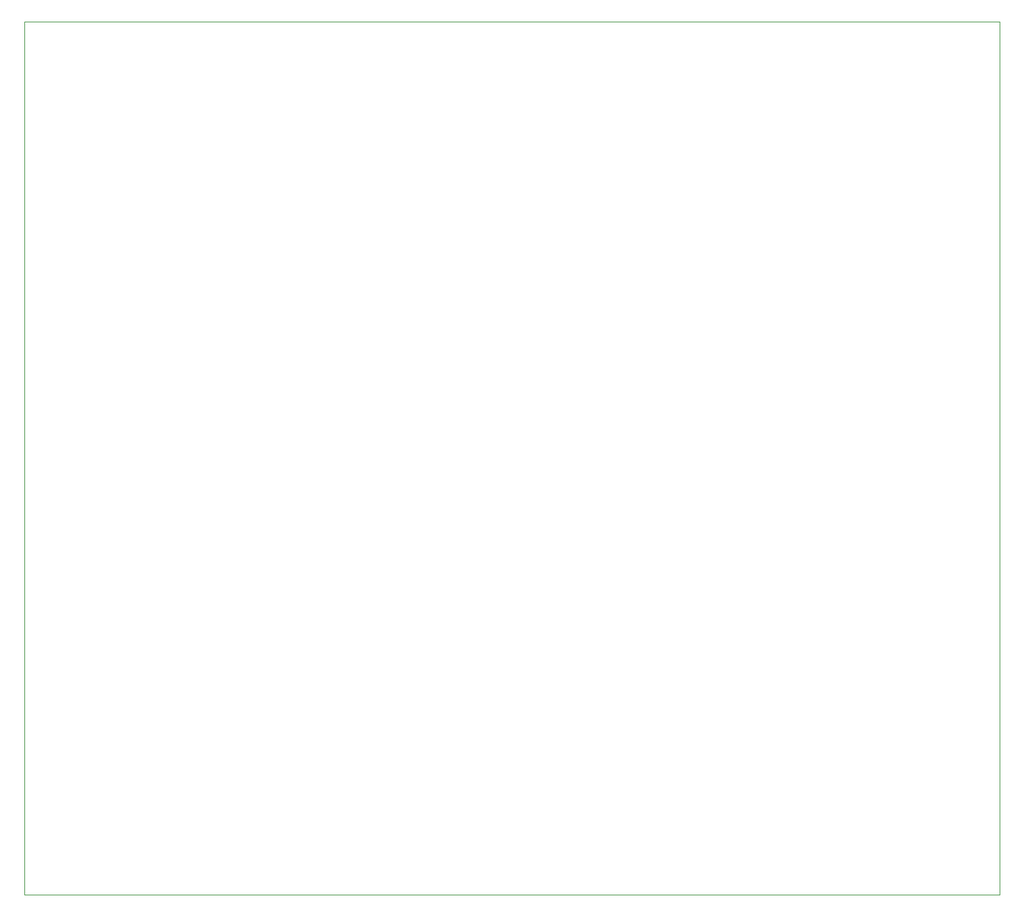
<source format=gbr>
%TF.GenerationSoftware,KiCad,Pcbnew,9.0.1-9.0.1-0~ubuntu24.04.1*%
%TF.CreationDate,2025-04-22T11:44:28+09:00*%
%TF.ProjectId,PSCE-TEST_Cyclone4_6k,50534345-2d54-4455-9354-5f4379636c6f,rev?*%
%TF.SameCoordinates,Original*%
%TF.FileFunction,Profile,NP*%
%FSLAX46Y46*%
G04 Gerber Fmt 4.6, Leading zero omitted, Abs format (unit mm)*
G04 Created by KiCad (PCBNEW 9.0.1-9.0.1-0~ubuntu24.04.1) date 2025-04-22 11:44:28*
%MOMM*%
%LPD*%
G01*
G04 APERTURE LIST*
%TA.AperFunction,Profile*%
%ADD10C,0.050000*%
%TD*%
G04 APERTURE END LIST*
D10*
X205740000Y-149860000D02*
X83820000Y-149860000D01*
X205740000Y-40640000D02*
X205740000Y-149860000D01*
X83820000Y-40640000D02*
X205740000Y-40640000D01*
X83820000Y-149860000D02*
X83820000Y-40640000D01*
M02*

</source>
